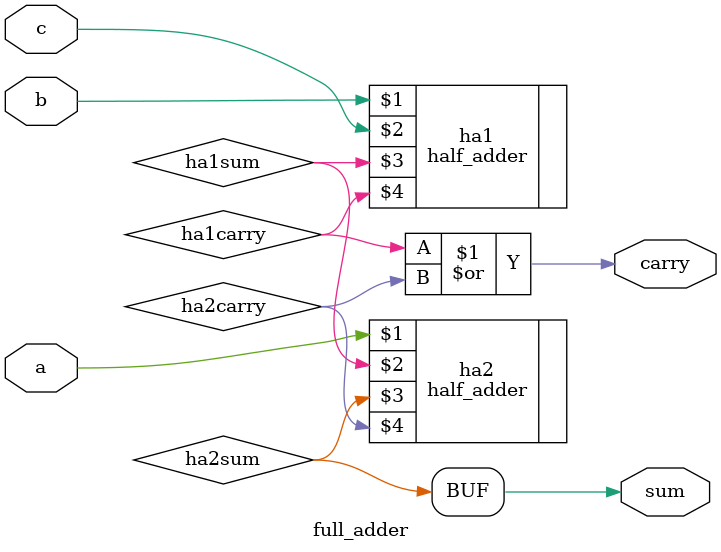
<source format=v>
`timescale 1ns / 1ps


module full_adder(a, b, c, sum, carry);

input a, b, c;
output sum, carry;
wire ha1sum, ha1carry, ha2sum, ha2carry;

half_adder ha1(b, c, ha1sum, ha1carry);
half_adder ha2(a, ha1sum, ha2sum, ha2carry);

assign sum = ha2sum;
assign carry = ha1carry|ha2carry;

endmodule

</source>
